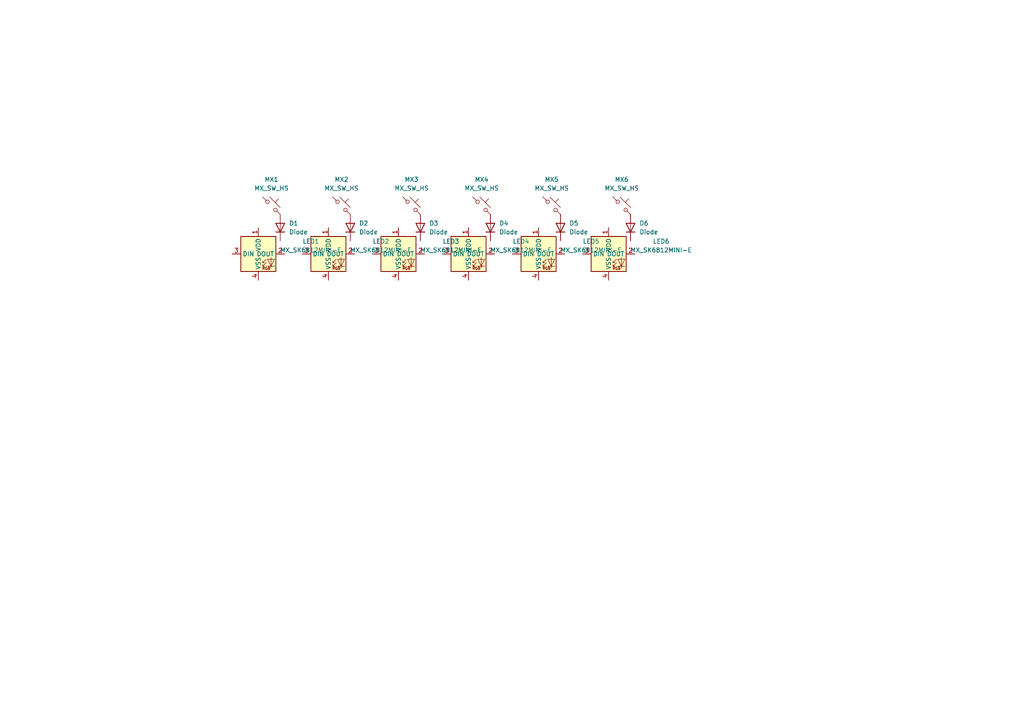
<source format=kicad_sch>
(kicad_sch (version 20230121) (generator eeschema)
  (paper "A4")
  (lib_symbols
    (symbol "PCM_marbastlib-mx:MX_SK6812MINI-E"
      (property "Reference" "LED" (at 3.175 6.35 0))
      (property "Value" "MX_SK6812MINI-E" (at 10.16 -6.985 0))
      (symbol "MX_SK6812MINI-E_0_0"
        (text "RGB" (at 2.286 -4.191 0) (effects (font (size 0.762 0.762))))
      )
      (symbol "MX_SK6812MINI-E_0_1"
        (rectangle (start -5.08 5.08) (end 5.08 -5.08) (stroke (width 0.254)) (fill (type background)))
        (polyline (pts (xy 1.27 -3.556) (xy 1.778 -3.556)))
        (polyline (pts (xy 1.27 -2.54) (xy 1.778 -2.54)))
        (polyline (pts (xy 4.699 -3.556) (xy 2.667 -3.556)))
        (polyline (pts (xy 2.286 -2.54) (xy 1.27 -3.556) (xy 1.27 -3.048)))
        (polyline (pts (xy 2.286 -1.524) (xy 1.27 -2.54) (xy 1.27 -2.032)))
        (polyline (pts (xy 3.683 -1.016) (xy 3.683 -3.556) (xy 3.683 -4.064)))
        (polyline (pts (xy 4.699 -1.524) (xy 2.667 -1.524) (xy 3.683 -3.556) (xy 4.699 -1.524)))
      )
      (symbol "MX_SK6812MINI-E_1_1"
        (pin power_in line (at 0 7.62 270) (length 2.54) (name "VDD") (number "1"))
        (pin output line (at 7.62 0 180) (length 2.54) (name "DOUT") (number "2"))
        (pin input line (at -7.62 0 0) (length 2.54) (name "DIN") (number "3"))
        (pin power_in line (at 0 -7.62 90) (length 2.54) (name "VSS") (number "4"))
      )
    )
    (symbol "PCM_marbastlib-mx:MX_SW_HS" (pin_numbers hide) (pin_names (offset 1.016) hide)
      (property "Reference" "MX" (at 3.048 1.016 0))
      (property "Value" "MX_SW_HS" (at 0 -3.81 0))
      (symbol "MX_SW_HS_0_1"
        (circle (center -1.1684 1.1684) (radius 0.508))
        (polyline (pts (xy -0.508 2.54) (xy 2.54 -0.508)))
        (polyline (pts (xy 1.016 1.016) (xy 2.032 2.032)))
        (polyline (pts (xy -2.54 2.54) (xy -1.524 1.524) (xy -1.524 1.524)))
        (polyline (pts (xy 1.524 -1.524) (xy 2.54 -2.54) (xy 2.54 -2.54) (xy 2.54 -2.54)))
        (circle (center 1.143 -1.1938) (radius 0.508))
        (pin passive line (at -2.54 2.54 0) (length 0) (name "1") (number "1"))
        (pin passive line (at 2.54 -2.54 180) (length 0) (name "2") (number "2"))
      )
    )
    (symbol "ScottoKeebs:Placeholder_Diode" (pin_numbers hide) (pin_names hide)
      (property "Reference" "D" (at 0 2.54 0))
      (property "Value" "Diode" (at 0 -2.54 0))
      (symbol "Placeholder_Diode_0_1"
        (polyline (pts (xy -1.27 1.27) (xy -1.27 -1.27)) (stroke (width 0.254)))
        (polyline (pts (xy 1.27 0) (xy -1.27 0)))
        (polyline (pts (xy 1.27 1.27) (xy 1.27 -1.27) (xy -1.27 0) (xy 1.27 1.27)) (stroke (width 0.254)))
      )
      (symbol "Placeholder_Diode_1_1"
        (pin passive line (at -3.81 0 0) (length 2.54) (name "K") (number "1"))
        (pin passive line (at 3.81 0 180) (length 2.54) (name "A") (number "2"))
      )
    )
  )
  (symbol (lib_id "ScottoKeebs:Placeholder_Diode") (at 101.6 66.04 90) (unit 1)
    (property "Reference" "D2" (at 104.14 64.77 90) (effects (justify right)))
    (property "Value" "Diode" (at 104.14 67.31 90) (effects (justify right)))
    (property "Sim.Device" "D" (effects hide))
    (property "Sim.Pins" "1=K 2=A" (effects hide))
  )
  (symbol (lib_id "PCM_marbastlib-mx:MX_SW_HS") (at 180.34 59.69 0) (unit 1)
    (property "Reference" "MX6" (at 180.34 52.07 0))
    (property "Value" "MX_SW_HS" (at 180.34 54.61 0))
    (property "Footprint" "PCM_marbastlib-mx:SW_MX_HS_1u" (effects hide))
  )
  (symbol (lib_id "ScottoKeebs:Placeholder_Diode") (at 162.56 66.04 90) (unit 1)
    (property "Reference" "D5" (at 165.1 64.77 90) (effects (justify right)))
    (property "Value" "Diode" (at 165.1 67.31 90) (effects (justify right)))
    (property "Sim.Device" "D" (effects hide))
    (property "Sim.Pins" "1=K 2=A" (effects hide))
  )
  (symbol (lib_id "PCM_marbastlib-mx:MX_SK6812MINI-E") (at 176.53 73.66 0) (unit 1)
    (property "Reference" "LED6" (at 191.77 70.0121 0))
    (property "Value" "MX_SK6812MINI-E" (at 191.77 72.5521 0))
    (property "Footprint" "PCM_marbastlib-mx:LED_MX_6028R" (effects hide))
  )
  (symbol (lib_id "PCM_marbastlib-mx:MX_SK6812MINI-E") (at 95.25 73.66 0) (unit 1)
    (property "Reference" "LED2" (at 110.49 70.0121 0))
    (property "Value" "MX_SK6812MINI-E" (at 110.49 72.5521 0))
    (property "Footprint" "PCM_marbastlib-mx:LED_MX_6028R" (effects hide))
  )
  (symbol (lib_id "ScottoKeebs:Placeholder_Diode") (at 142.24 66.04 90) (unit 1)
    (property "Reference" "D4" (at 144.78 64.77 90) (effects (justify right)))
    (property "Value" "Diode" (at 144.78 67.31 90) (effects (justify right)))
    (property "Sim.Device" "D" (effects hide))
    (property "Sim.Pins" "1=K 2=A" (effects hide))
  )
  (symbol (lib_id "PCM_marbastlib-mx:MX_SK6812MINI-E") (at 115.57 73.66 0) (unit 1)
    (property "Reference" "LED3" (at 130.81 70.0121 0))
    (property "Value" "MX_SK6812MINI-E" (at 130.81 72.5521 0))
    (property "Footprint" "PCM_marbastlib-mx:LED_MX_6028R" (effects hide))
  )
  (symbol (lib_id "PCM_marbastlib-mx:MX_SW_HS") (at 139.7 59.69 0) (unit 1)
    (property "Reference" "MX4" (at 139.7 52.07 0))
    (property "Value" "MX_SW_HS" (at 139.7 54.61 0))
    (property "Footprint" "PCM_marbastlib-mx:SW_MX_HS_1u" (effects hide))
  )
  (symbol (lib_id "PCM_marbastlib-mx:MX_SK6812MINI-E") (at 156.21 73.66 0) (unit 1)
    (property "Reference" "LED5" (at 171.45 70.0121 0))
    (property "Value" "MX_SK6812MINI-E" (at 171.45 72.5521 0))
    (property "Footprint" "PCM_marbastlib-mx:LED_MX_6028R" (effects hide))
  )
  (symbol (lib_id "ScottoKeebs:Placeholder_Diode") (at 81.28 66.04 90) (unit 1)
    (property "Reference" "D1" (at 83.82 64.77 90) (effects (justify right)))
    (property "Value" "Diode" (at 83.82 67.31 90) (effects (justify right)))
    (property "Sim.Device" "D" (effects hide))
    (property "Sim.Pins" "1=K 2=A" (effects hide))
  )
  (symbol (lib_id "PCM_marbastlib-mx:MX_SW_HS") (at 119.38 59.69 0) (unit 1)
    (property "Reference" "MX3" (at 119.38 52.07 0))
    (property "Value" "MX_SW_HS" (at 119.38 54.61 0))
    (property "Footprint" "PCM_marbastlib-mx:SW_MX_HS_1u" (effects hide))
  )
  (symbol (lib_id "PCM_marbastlib-mx:MX_SW_HS") (at 99.06 59.69 0) (unit 1)
    (property "Reference" "MX2" (at 99.06 52.07 0))
    (property "Value" "MX_SW_HS" (at 99.06 54.61 0))
    (property "Footprint" "PCM_marbastlib-mx:SW_MX_HS_1u" (effects hide))
  )
  (symbol (lib_id "PCM_marbastlib-mx:MX_SK6812MINI-E") (at 74.93 73.66 0) (unit 1)
    (property "Reference" "LED1" (at 90.17 70.0121 0))
    (property "Value" "MX_SK6812MINI-E" (at 90.17 72.5521 0))
    (property "Footprint" "PCM_marbastlib-mx:LED_MX_6028R" (effects hide))
  )
  (symbol (lib_id "PCM_marbastlib-mx:MX_SW_HS") (at 160.02 59.69 0) (unit 1)
    (property "Reference" "MX5" (at 160.02 52.07 0))
    (property "Value" "MX_SW_HS" (at 160.02 54.61 0))
    (property "Footprint" "PCM_marbastlib-mx:SW_MX_HS_1u" (effects hide))
  )
  (symbol (lib_id "ScottoKeebs:Placeholder_Diode") (at 121.92 66.04 90) (unit 1)
    (property "Reference" "D3" (at 124.46 64.77 90) (effects (justify right)))
    (property "Value" "Diode" (at 124.46 67.31 90) (effects (justify right)))
    (property "Sim.Device" "D" (effects hide))
    (property "Sim.Pins" "1=K 2=A" (effects hide))
  )
  (symbol (lib_id "PCM_marbastlib-mx:MX_SW_HS") (at 78.74 59.69 0) (unit 1)
    (property "Reference" "MX1" (at 78.74 52.07 0))
    (property "Value" "MX_SW_HS" (at 78.74 54.61 0))
    (property "Footprint" "PCM_marbastlib-mx:SW_MX_HS_1u" (effects hide))
  )
  (symbol (lib_id "PCM_marbastlib-mx:MX_SK6812MINI-E") (at 135.89 73.66 0) (unit 1)
    (property "Reference" "LED4" (at 151.13 70.0121 0))
    (property "Value" "MX_SK6812MINI-E" (at 151.13 72.5521 0))
    (property "Footprint" "PCM_marbastlib-mx:LED_MX_6028R" (effects hide))
  )
  (symbol (lib_id "ScottoKeebs:Placeholder_Diode") (at 182.88 66.04 90) (unit 1)
    (property "Reference" "D6" (at 185.42 64.77 90) (effects (justify right)))
    (property "Value" "Diode" (at 185.42 67.31 90) (effects (justify right)))
    (property "Sim.Device" "D" (effects hide))
    (property "Sim.Pins" "1=K 2=A" (effects hide))
  )
)
</source>
